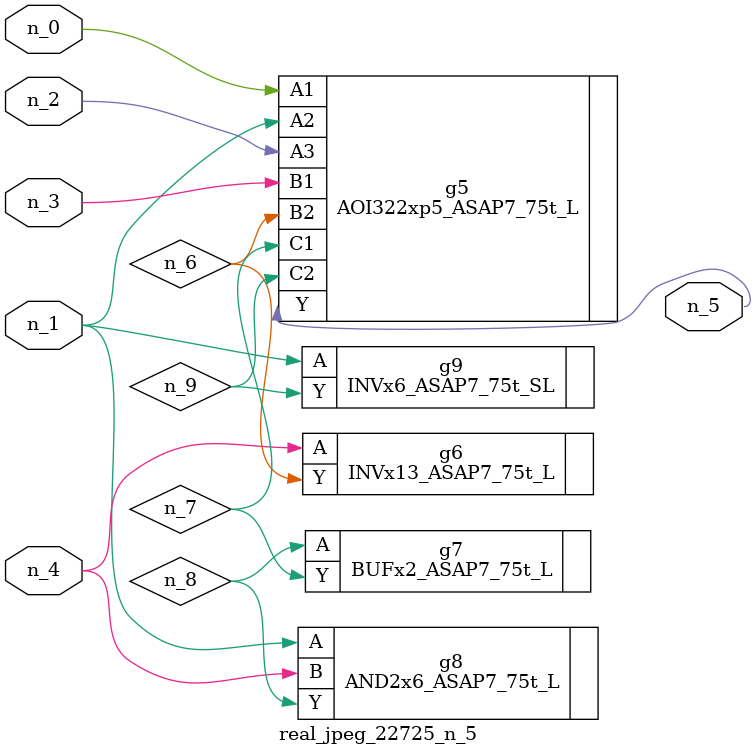
<source format=v>
module real_jpeg_22725_n_5 (n_4, n_0, n_1, n_2, n_3, n_5);

input n_4;
input n_0;
input n_1;
input n_2;
input n_3;

output n_5;

wire n_8;
wire n_6;
wire n_7;
wire n_9;

AOI322xp5_ASAP7_75t_L g5 ( 
.A1(n_0),
.A2(n_1),
.A3(n_2),
.B1(n_3),
.B2(n_6),
.C1(n_7),
.C2(n_9),
.Y(n_5)
);

AND2x6_ASAP7_75t_L g8 ( 
.A(n_1),
.B(n_4),
.Y(n_8)
);

INVx6_ASAP7_75t_SL g9 ( 
.A(n_1),
.Y(n_9)
);

INVx13_ASAP7_75t_L g6 ( 
.A(n_4),
.Y(n_6)
);

BUFx2_ASAP7_75t_L g7 ( 
.A(n_8),
.Y(n_7)
);


endmodule
</source>
